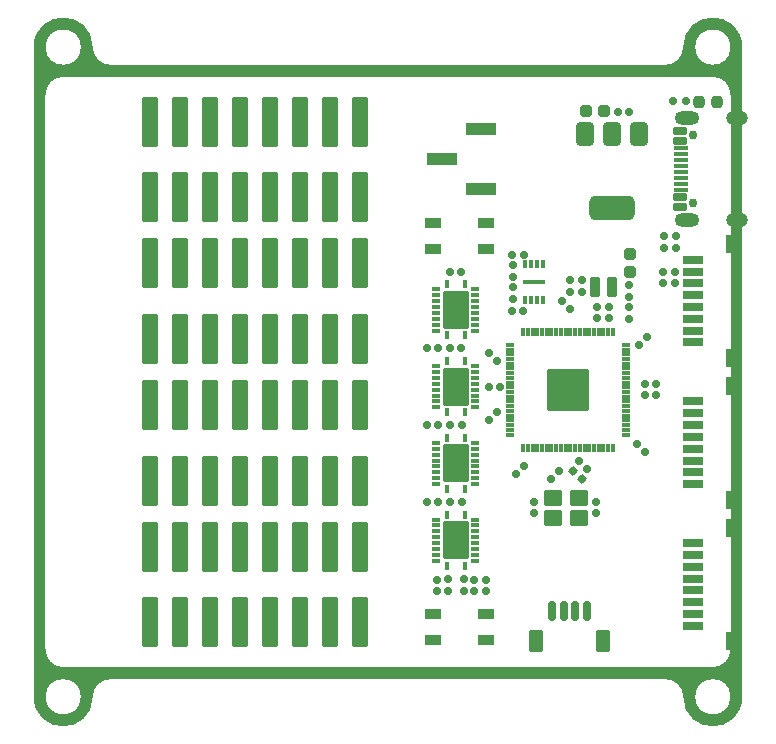
<source format=gbr>
%TF.GenerationSoftware,KiCad,Pcbnew,8.0.8*%
%TF.CreationDate,2025-05-20T22:02:41+02:00*%
%TF.ProjectId,Bernd_V1,4265726e-645f-4563-912e-6b696361645f,REV3*%
%TF.SameCoordinates,Original*%
%TF.FileFunction,Soldermask,Top*%
%TF.FilePolarity,Negative*%
%FSLAX46Y46*%
G04 Gerber Fmt 4.6, Leading zero omitted, Abs format (unit mm)*
G04 Created by KiCad (PCBNEW 8.0.8) date 2025-05-20 22:02:41*
%MOMM*%
%LPD*%
G01*
G04 APERTURE LIST*
G04 Aperture macros list*
%AMRoundRect*
0 Rectangle with rounded corners*
0 $1 Rounding radius*
0 $2 $3 $4 $5 $6 $7 $8 $9 X,Y pos of 4 corners*
0 Add a 4 corners polygon primitive as box body*
4,1,4,$2,$3,$4,$5,$6,$7,$8,$9,$2,$3,0*
0 Add four circle primitives for the rounded corners*
1,1,$1+$1,$2,$3*
1,1,$1+$1,$4,$5*
1,1,$1+$1,$6,$7*
1,1,$1+$1,$8,$9*
0 Add four rect primitives between the rounded corners*
20,1,$1+$1,$2,$3,$4,$5,0*
20,1,$1+$1,$4,$5,$6,$7,0*
20,1,$1+$1,$6,$7,$8,$9,0*
20,1,$1+$1,$8,$9,$2,$3,0*%
G04 Aperture macros list end*
%ADD10C,1.000000*%
%ADD11RoundRect,0.155000X0.021213X-0.240416X0.240416X-0.021213X-0.021213X0.240416X-0.240416X0.021213X0*%
%ADD12RoundRect,0.150000X0.150000X0.200000X-0.150000X0.200000X-0.150000X-0.200000X0.150000X-0.200000X0*%
%ADD13RoundRect,0.150000X-0.200000X0.150000X-0.200000X-0.150000X0.200000X-0.150000X0.200000X0.150000X0*%
%ADD14RoundRect,0.165000X0.165000X0.640000X-0.165000X0.640000X-0.165000X-0.640000X0.165000X-0.640000X0*%
%ADD15RoundRect,0.262500X0.367500X0.667500X-0.367500X0.667500X-0.367500X-0.667500X0.367500X-0.667500X0*%
%ADD16RoundRect,0.030000X0.167996X-0.332499X0.167996X0.332499X-0.167996X0.332499X-0.167996X-0.332499X0*%
%ADD17RoundRect,0.030000X0.332499X-0.140005X0.332499X0.140005X-0.332499X0.140005X-0.332499X-0.140005X0*%
%ADD18RoundRect,0.030000X1.025006X-1.525006X1.025006X1.525006X-1.025006X1.525006X-1.025006X-1.525006X0*%
%ADD19RoundRect,0.030000X0.600000X2.050000X-0.600000X2.050000X-0.600000X-2.050000X0.600000X-2.050000X0*%
%ADD20RoundRect,0.155000X-0.155000X-0.185000X0.155000X-0.185000X0.155000X0.185000X-0.155000X0.185000X0*%
%ADD21RoundRect,0.155000X-0.240416X-0.021213X-0.021213X-0.240416X0.240416X0.021213X0.021213X0.240416X0*%
%ADD22RoundRect,0.150000X-0.150000X-0.200000X0.150000X-0.200000X0.150000X0.200000X-0.150000X0.200000X0*%
%ADD23RoundRect,0.030000X-0.650000X0.350000X-0.650000X-0.350000X0.650000X-0.350000X0.650000X0.350000X0*%
%ADD24RoundRect,0.155000X0.155000X0.185000X-0.155000X0.185000X-0.155000X-0.185000X0.155000X-0.185000X0*%
%ADD25RoundRect,0.155000X-0.185000X0.155000X-0.185000X-0.155000X0.185000X-0.155000X0.185000X0.155000X0*%
%ADD26C,0.760025*%
%ADD27RoundRect,0.030000X0.512516X-0.275005X0.512516X0.275005X-0.512516X0.275005X-0.512516X-0.275005X0*%
%ADD28RoundRect,0.030000X0.512516X-0.275006X0.512516X0.275006X-0.512516X0.275006X-0.512516X-0.275006X0*%
%ADD29RoundRect,0.030000X0.550000X-0.150000X0.550000X0.150000X-0.550000X0.150000X-0.550000X-0.150000X0*%
%ADD30O,2.060000X1.160000*%
%ADD31O,1.860000X1.260000*%
%ADD32RoundRect,0.240000X-0.240000X-0.265000X0.240000X-0.265000X0.240000X0.265000X-0.240000X0.265000X0*%
%ADD33RoundRect,0.390000X-0.390000X0.640000X-0.390000X-0.640000X0.390000X-0.640000X0.390000X0.640000X0*%
%ADD34RoundRect,0.515000X-1.415000X0.515000X-1.415000X-0.515000X1.415000X-0.515000X1.415000X0.515000X0*%
%ADD35RoundRect,0.030000X0.775006X-0.300000X0.775006X0.300000X-0.775006X0.300000X-0.775006X-0.300000X0*%
%ADD36RoundRect,0.030000X0.630861X-0.750000X0.630861X0.750000X-0.630861X0.750000X-0.630861X-0.750000X0*%
%ADD37RoundRect,0.030000X-0.350000X-0.800000X0.350000X-0.800000X0.350000X0.800000X-0.350000X0.800000X0*%
%ADD38RoundRect,0.155000X-0.021213X0.240416X-0.240416X0.021213X0.021213X-0.240416X0.240416X-0.021213X0*%
%ADD39RoundRect,0.155000X0.185000X-0.155000X0.185000X0.155000X-0.185000X0.155000X-0.185000X-0.155000X0*%
%ADD40RoundRect,0.150000X0.200000X-0.150000X0.200000X0.150000X-0.200000X0.150000X-0.200000X-0.150000X0*%
%ADD41RoundRect,0.155000X0.240416X0.021213X0.021213X0.240416X-0.240416X-0.021213X-0.021213X-0.240416X0*%
%ADD42RoundRect,0.030000X-0.140005X0.300000X-0.140005X-0.300000X0.140005X-0.300000X0.140005X0.300000X0*%
%ADD43RoundRect,0.030000X0.850000X-0.150000X0.850000X0.150000X-0.850000X0.150000X-0.850000X-0.150000X0*%
%ADD44RoundRect,0.030000X0.650000X-0.350000X0.650000X0.350000X-0.650000X0.350000X-0.650000X-0.350000X0*%
%ADD45RoundRect,0.240000X0.265000X-0.240000X0.265000X0.240000X-0.265000X0.240000X-0.265000X-0.240000X0*%
%ADD46RoundRect,0.150000X-0.247487X-0.035355X-0.035355X-0.247487X0.247487X0.035355X0.035355X0.247487X0*%
%ADD47RoundRect,0.030000X-0.700000X-0.600000X0.700000X-0.600000X0.700000X0.600000X-0.700000X0.600000X0*%
%ADD48RoundRect,0.233750X0.233750X0.271250X-0.233750X0.271250X-0.233750X-0.271250X0.233750X-0.271250X0*%
%ADD49RoundRect,0.030000X-0.332499X-0.100000X0.332499X-0.100000X0.332499X0.100000X-0.332499X0.100000X0*%
%ADD50RoundRect,0.030000X-0.100000X-0.332499X0.100000X-0.332499X0.100000X0.332499X-0.100000X0.332499X0*%
%ADD51RoundRect,0.030000X-1.700000X-1.700000X1.700000X-1.700000X1.700000X1.700000X-1.700000X1.700000X0*%
%ADD52RoundRect,0.030000X1.255000X0.500000X-1.255000X0.500000X-1.255000X-0.500000X1.255000X-0.500000X0*%
G04 APERTURE END LIST*
D10*
X55500000Y57500000D02*
G75*
G02*
X53500000Y55500000I-1999999J-1D01*
G01*
X59500000Y57500000D02*
G75*
G02*
X55500000Y57500000I-2000000J0D01*
G01*
X55500000Y57500000D02*
G75*
G02*
X59500000Y57500000I2000000J0D01*
G01*
X57499999Y55499999D02*
G75*
G02*
X59499999Y53499999I1J-1999999D01*
G01*
X4500000Y2500000D02*
G75*
G02*
X6500000Y4500000I2000000J0D01*
G01*
X4500000Y57500000D02*
G75*
G02*
X500000Y57500000I-2000000J0D01*
G01*
X500000Y57500000D02*
G75*
G02*
X4500000Y57500000I2000000J0D01*
G01*
X4500000Y2500000D02*
G75*
G02*
X500000Y2500000I-2000000J0D01*
G01*
X500000Y2500000D02*
G75*
G02*
X4500000Y2500000I2000000J0D01*
G01*
X6500000Y55500000D02*
G75*
G02*
X4500000Y57500000I0J2000000D01*
G01*
X59500000Y2499999D02*
G75*
G02*
X55500000Y2499999I-2000000J0D01*
G01*
X55500000Y2499999D02*
G75*
G02*
X59500000Y2499999I2000000J0D01*
G01*
X53500000Y4499999D02*
G75*
G02*
X55500000Y2499999I0J-2000000D01*
G01*
X500001Y53499999D02*
G75*
G02*
X2500001Y55499999I1999999J1D01*
G01*
X2500001Y4500001D02*
G75*
G02*
X500001Y6500001I-1J1999999D01*
G01*
X59499999Y6500000D02*
G75*
G02*
X57499999Y4500000I-1999999J-1D01*
G01*
D11*
%TO.C,C24*%
X51250589Y32280589D03*
X51929411Y32959411D03*
%TD*%
D12*
%TO.C,R5*%
X54310000Y37500000D03*
X53290000Y37500000D03*
%TD*%
D13*
%TO.C,R8*%
X46390000Y37810000D03*
X46390000Y36790000D03*
%TD*%
D14*
%TO.C,J2*%
X46870000Y9745000D03*
X45870000Y9745000D03*
X44870000Y9745000D03*
X43870000Y9745000D03*
D15*
X48170000Y7220000D03*
X42570000Y7220000D03*
%TD*%
D16*
%TO.C,U12*%
X36500064Y20092520D03*
D17*
X37407607Y20499936D03*
X37407607Y21000064D03*
X37407607Y21499936D03*
X37407607Y22000064D03*
X37407607Y22499936D03*
X37407607Y23000064D03*
X37407607Y23499936D03*
X37407607Y24000064D03*
D16*
X36500064Y24407480D03*
X34999936Y24407480D03*
D17*
X34092393Y24000064D03*
X34092393Y23499936D03*
X34092393Y23000064D03*
X34092393Y22499936D03*
X34092393Y22000064D03*
X34092393Y21499936D03*
X34092393Y21000064D03*
X34092393Y20499936D03*
D16*
X34999936Y20092520D03*
D18*
X35750000Y22250000D03*
%TD*%
D13*
%TO.C,R7*%
X45450000Y37810000D03*
X45450000Y36790000D03*
%TD*%
D19*
%TO.C,U8*%
X27640018Y15200025D03*
X27640018Y8799975D03*
X25100013Y15200025D03*
X25100013Y8799975D03*
X22560008Y15200025D03*
X22560008Y8799975D03*
X20020003Y15200025D03*
X20020003Y8799975D03*
X17479997Y15200025D03*
X17479997Y8799975D03*
X14939992Y15200025D03*
X14939992Y8799975D03*
X12399987Y15200025D03*
X12399987Y8799975D03*
X9859982Y15200025D03*
X9859982Y8799975D03*
%TD*%
D12*
%TO.C,R14*%
X54410000Y40500000D03*
X53390000Y40500000D03*
%TD*%
D20*
%TO.C,C19*%
X49440000Y51970000D03*
X50400000Y51970000D03*
%TD*%
D21*
%TO.C,C10*%
X46180589Y22449411D03*
X46859411Y21770589D03*
%TD*%
D22*
%TO.C,C7*%
X47730000Y35540000D03*
X48750000Y35540000D03*
%TD*%
D23*
%TO.C,U16*%
X38274987Y40424943D03*
X33775013Y40424943D03*
X38274987Y42575057D03*
X33775013Y42575057D03*
%TD*%
D24*
%TO.C,C5*%
X34230000Y25500000D03*
X33270000Y25500000D03*
%TD*%
%TO.C,C26*%
X36230000Y25500000D03*
X35270000Y25500000D03*
%TD*%
D20*
%TO.C,C16*%
X51745000Y28075000D03*
X52705000Y28075000D03*
%TD*%
D19*
%TO.C,U6*%
X27640018Y39200025D03*
X27640018Y32799975D03*
X25100013Y39200025D03*
X25100013Y32799975D03*
X22560008Y39200025D03*
X22560008Y32799975D03*
X20020003Y39200025D03*
X20020003Y32799975D03*
X17479997Y39200025D03*
X17479997Y32799975D03*
X14939992Y39200025D03*
X14939992Y32799975D03*
X12399987Y39200025D03*
X12399987Y32799975D03*
X9859982Y39200025D03*
X9859982Y32799975D03*
%TD*%
D22*
%TO.C,R12*%
X37300000Y11470000D03*
X38320000Y11470000D03*
%TD*%
D16*
%TO.C,U9*%
X36500064Y13592520D03*
D17*
X37407607Y13999936D03*
X37407607Y14500064D03*
X37407607Y14999936D03*
X37407607Y15500064D03*
X37407607Y15999936D03*
X37407607Y16500064D03*
X37407607Y16999936D03*
X37407607Y17500064D03*
D16*
X36500064Y17907480D03*
X34999936Y17907480D03*
D17*
X34092393Y17500064D03*
X34092393Y16999936D03*
X34092393Y16500064D03*
X34092393Y15999936D03*
X34092393Y15500064D03*
X34092393Y14999936D03*
X34092393Y14500064D03*
X34092393Y13999936D03*
D16*
X34999936Y13592520D03*
D18*
X35750000Y15750000D03*
%TD*%
D25*
%TO.C,C4*%
X47640000Y18980000D03*
X47640000Y18020000D03*
%TD*%
D26*
%TO.C,J3*%
X55845072Y44300109D03*
X55845072Y50080145D03*
D27*
X54737484Y43989976D03*
D28*
X54737484Y44790076D03*
D29*
X54774968Y45440064D03*
X54774968Y45940191D03*
X54774968Y46440064D03*
X54774968Y46939936D03*
X54774968Y47440064D03*
X54774968Y47939936D03*
X54774968Y48440064D03*
X54774968Y48940191D03*
D28*
X54737484Y49590178D03*
X54737484Y50390025D03*
D30*
X55324879Y42865006D03*
D31*
X59525032Y42865006D03*
D30*
X55324879Y51514994D03*
D31*
X59525032Y51514994D03*
%TD*%
D22*
%TO.C,C6*%
X47730000Y34600000D03*
X48750000Y34600000D03*
%TD*%
D32*
%TO.C,C27*%
X46755000Y52130000D03*
X48305000Y52130000D03*
%TD*%
D33*
%TO.C,U13*%
X51280000Y50140000D03*
X48980000Y50140000D03*
D34*
X48980000Y43840000D03*
D33*
X46680000Y50140000D03*
%TD*%
D24*
%TO.C,C20*%
X41480000Y39900000D03*
X40520000Y39900000D03*
%TD*%
D12*
%TO.C,R6*%
X54310000Y38500000D03*
X53290000Y38500000D03*
%TD*%
D16*
%TO.C,U11*%
X36500064Y26592520D03*
D17*
X37407607Y26999936D03*
X37407607Y27500064D03*
X37407607Y27999936D03*
X37407607Y28500064D03*
X37407607Y28999936D03*
X37407607Y29500064D03*
X37407607Y29999936D03*
X37407607Y30500064D03*
D16*
X36500064Y30907480D03*
X34999936Y30907480D03*
D17*
X34092393Y30500064D03*
X34092393Y29999936D03*
X34092393Y29500064D03*
X34092393Y28999936D03*
X34092393Y28500064D03*
X34092393Y27999936D03*
X34092393Y27500064D03*
X34092393Y26999936D03*
D16*
X34999936Y26592520D03*
D18*
X35750000Y28750000D03*
%TD*%
D35*
%TO.C,U15*%
X55813246Y32500127D03*
X55811721Y33498095D03*
X55811722Y34498095D03*
X55811722Y35498095D03*
X55813246Y36500127D03*
X55811722Y37498096D03*
X55811722Y38498094D03*
X55813246Y39499873D03*
D36*
X59319139Y40800102D03*
X59319139Y31199898D03*
%TD*%
D12*
%TO.C,R13*%
X54410000Y41500000D03*
X53390000Y41500000D03*
%TD*%
D24*
%TO.C,C25*%
X41435000Y35158750D03*
X40475000Y35158750D03*
%TD*%
D37*
%TO.C,L1*%
X47540000Y37150000D03*
X48940000Y37150000D03*
%TD*%
D38*
%TO.C,C21*%
X41479411Y22039411D03*
X40800589Y21360589D03*
%TD*%
%TO.C,C17*%
X39209411Y26569411D03*
X38530589Y25890589D03*
%TD*%
D21*
%TO.C,C18*%
X51085589Y23914411D03*
X51764411Y23235589D03*
%TD*%
D35*
%TO.C,U4*%
X55813246Y20500127D03*
X55811721Y21498095D03*
X55811722Y22498095D03*
X55811722Y23498095D03*
X55813246Y24500127D03*
X55811722Y25498096D03*
X55811722Y26498094D03*
X55813246Y27499873D03*
D36*
X59319139Y28800102D03*
X59319139Y19199898D03*
%TD*%
D39*
%TO.C,C3*%
X42360000Y18030000D03*
X42360000Y18990000D03*
%TD*%
D40*
%TO.C,R15*%
X35100000Y11415000D03*
X35100000Y12435000D03*
%TD*%
D24*
%TO.C,C1*%
X34230000Y32000000D03*
X33270000Y32000000D03*
%TD*%
%TO.C,C2*%
X36195000Y32000000D03*
X35235000Y32000000D03*
%TD*%
D41*
%TO.C,C15*%
X39219411Y30890589D03*
X38540589Y31569411D03*
%TD*%
D24*
%TO.C,C22*%
X34230000Y19010000D03*
X33270000Y19010000D03*
%TD*%
D25*
%TO.C,C29*%
X34170000Y12405000D03*
X34170000Y11445000D03*
%TD*%
D42*
%TO.C,U2*%
X41599936Y36092507D03*
X42100064Y36092507D03*
X42599936Y36092507D03*
X43100064Y36092507D03*
X43100064Y39107493D03*
X42599936Y39107493D03*
X42100064Y39107493D03*
X41599936Y39107493D03*
D43*
X42350000Y37600000D03*
%TD*%
D25*
%TO.C,C30*%
X36410000Y12440000D03*
X36410000Y11480000D03*
%TD*%
D44*
%TO.C,U17*%
X33775013Y9475057D03*
X38274987Y9475057D03*
X33775013Y7324943D03*
X38274987Y7324943D03*
%TD*%
D45*
%TO.C,C28*%
X50520000Y38435000D03*
X50520000Y39985000D03*
%TD*%
D46*
%TO.C,R2*%
X45679376Y21640624D03*
X46400624Y20919376D03*
%TD*%
D24*
%TO.C,C14*%
X36195000Y38500000D03*
X35235000Y38500000D03*
%TD*%
D16*
%TO.C,U10*%
X36500064Y33092520D03*
D17*
X37407607Y33499936D03*
X37407607Y34000064D03*
X37407607Y34499936D03*
X37407607Y35000064D03*
X37407607Y35499936D03*
X37407607Y36000064D03*
X37407607Y36499936D03*
X37407607Y37000064D03*
D16*
X36500064Y37407480D03*
X34999936Y37407480D03*
D17*
X34092393Y37000064D03*
X34092393Y36499936D03*
X34092393Y36000064D03*
X34092393Y35499936D03*
X34092393Y35000064D03*
X34092393Y34499936D03*
X34092393Y34000064D03*
X34092393Y33499936D03*
D16*
X34999936Y33092520D03*
D18*
X35750000Y35250000D03*
%TD*%
D13*
%TO.C,R4*%
X40620000Y39020000D03*
X40620000Y38000000D03*
%TD*%
D38*
%TO.C,C13*%
X44459411Y21599411D03*
X43780589Y20920589D03*
%TD*%
D35*
%TO.C,U3*%
X55813246Y8500127D03*
X55811721Y9498095D03*
X55811722Y10498095D03*
X55811722Y11498095D03*
X55813246Y12500127D03*
X55811722Y13498096D03*
X55811722Y14498094D03*
X55813246Y15499873D03*
D36*
X59319139Y16800102D03*
X59319139Y7199898D03*
%TD*%
D47*
%TO.C,Y1*%
X43939924Y17649987D03*
X46140076Y17649987D03*
X46140076Y19350013D03*
X43939924Y19350013D03*
%TD*%
D19*
%TO.C,U5*%
X27640018Y51200025D03*
X27640018Y44799975D03*
X25100013Y51200025D03*
X25100013Y44799975D03*
X22560008Y51200025D03*
X22560008Y44799975D03*
X20020003Y51200025D03*
X20020003Y44799975D03*
X17479997Y51200025D03*
X17479997Y44799975D03*
X14939992Y51200025D03*
X14939992Y44799975D03*
X12399987Y51200025D03*
X12399987Y44799975D03*
X9859982Y51200025D03*
X9859982Y44799975D03*
%TD*%
D12*
%TO.C,R10*%
X55190000Y52970000D03*
X54170000Y52970000D03*
%TD*%
D48*
%TO.C,D1*%
X57877500Y52820000D03*
X56302500Y52820000D03*
%TD*%
D24*
%TO.C,C8*%
X39490000Y28750000D03*
X38530000Y28750000D03*
%TD*%
D40*
%TO.C,R1*%
X40620000Y36140000D03*
X40620000Y37160000D03*
%TD*%
D49*
%TO.C,U1*%
X40332456Y32300102D03*
X40332456Y31900051D03*
X40332456Y31500000D03*
X40332456Y31099949D03*
X40332456Y30699898D03*
X40332456Y30300102D03*
X40332456Y29900051D03*
X40332456Y29500000D03*
X40332456Y29099949D03*
X40332456Y28699898D03*
X40332456Y28300102D03*
X40332456Y27900051D03*
X40332456Y27500000D03*
X40332456Y27099949D03*
X40332456Y26699898D03*
X40332456Y26300102D03*
X40332456Y25900051D03*
X40332456Y25500000D03*
X40332456Y25099949D03*
X40332456Y24699898D03*
D50*
X41439898Y23592456D03*
X41839949Y23592456D03*
X42240000Y23592456D03*
X42640051Y23592456D03*
X43040102Y23592456D03*
X43439898Y23592456D03*
X43839949Y23592456D03*
X44240000Y23592456D03*
X44640051Y23592456D03*
X45040102Y23592456D03*
X45439898Y23592456D03*
X45839949Y23592456D03*
X46240000Y23592456D03*
X46640051Y23592456D03*
X47040102Y23592456D03*
X47439898Y23592456D03*
X47839949Y23592456D03*
X48240000Y23592456D03*
X48640051Y23592456D03*
X49040102Y23592456D03*
D49*
X50147544Y24699898D03*
X50147544Y25099949D03*
X50147544Y25500000D03*
X50147544Y25900051D03*
X50147544Y26300102D03*
X50147544Y26699898D03*
X50147544Y27099949D03*
X50147544Y27500000D03*
X50147544Y27900051D03*
X50147544Y28300102D03*
X50147544Y28699898D03*
X50147544Y29099949D03*
X50147544Y29500000D03*
X50147544Y29900051D03*
X50147544Y30300102D03*
X50147544Y30699898D03*
X50147544Y31099949D03*
X50147544Y31500000D03*
X50147544Y31900051D03*
X50147544Y32300102D03*
D50*
X49040102Y33407544D03*
X48640051Y33407544D03*
X48240000Y33407544D03*
X47839949Y33407544D03*
X47439898Y33407544D03*
X47040102Y33407544D03*
X46640051Y33407544D03*
X46240000Y33407544D03*
X45839949Y33407544D03*
X45439898Y33407544D03*
X45040102Y33407544D03*
X44640051Y33407544D03*
X44240000Y33407544D03*
X43839949Y33407544D03*
X43439898Y33407544D03*
X43040102Y33407544D03*
X42640051Y33407544D03*
X42240000Y33407544D03*
X41839949Y33407544D03*
X41439898Y33407544D03*
D51*
X45240000Y28500000D03*
%TD*%
D20*
%TO.C,C11*%
X51745000Y29000000D03*
X52705000Y29000000D03*
%TD*%
D25*
%TO.C,C9*%
X50440000Y35480000D03*
X50440000Y34520000D03*
%TD*%
D13*
%TO.C,R3*%
X50440000Y37360000D03*
X50440000Y36340000D03*
%TD*%
D19*
%TO.C,U7*%
X27640018Y27200025D03*
X27640018Y20799975D03*
X25100013Y27200025D03*
X25100013Y20799975D03*
X22560008Y27200025D03*
X22560008Y20799975D03*
X20020003Y27200025D03*
X20020003Y20799975D03*
X17479997Y27200025D03*
X17479997Y20799975D03*
X14939992Y27200025D03*
X14939992Y20799975D03*
X12399987Y27200025D03*
X12399987Y20799975D03*
X9859982Y27200025D03*
X9859982Y20799975D03*
%TD*%
D24*
%TO.C,C23*%
X36230000Y19000000D03*
X35270000Y19000000D03*
%TD*%
D22*
%TO.C,R11*%
X37300000Y12420000D03*
X38320000Y12420000D03*
%TD*%
D41*
%TO.C,C12*%
X45379411Y35310589D03*
X44700589Y35989411D03*
%TD*%
D52*
%TO.C,JP1*%
X37910000Y45460000D03*
X34600000Y48000000D03*
X37910000Y50540000D03*
%TD*%
G36*
X59413242Y58996574D02*
G01*
X59457641Y58985915D01*
X59509226Y58959631D01*
X59543946Y58929977D01*
X59563731Y58908573D01*
X59593278Y58867906D01*
X59595520Y58864717D01*
X59609885Y58843579D01*
X59614056Y58837007D01*
X59627066Y58815010D01*
X59628998Y58811622D01*
X59748203Y58594788D01*
X59750028Y58591341D01*
X59761642Y58568545D01*
X59764954Y58561508D01*
X59775115Y58538031D01*
X59776608Y58534425D01*
X59867690Y58304377D01*
X59869067Y58300735D01*
X59877731Y58276671D01*
X59880140Y58269256D01*
X59887274Y58244697D01*
X59888300Y58240945D01*
X59949834Y58001290D01*
X59950744Y57997501D01*
X59956327Y57972523D01*
X59957787Y57964870D01*
X59961784Y57939631D01*
X59962332Y57935776D01*
X59993868Y57686136D01*
X59994249Y57682750D01*
X59996444Y57660466D01*
X59996925Y57653666D01*
X59997890Y57631342D01*
X59997991Y57627934D01*
X59999938Y57503925D01*
X59999945Y57503405D01*
X59999979Y57500450D01*
X59999986Y57499533D01*
X59999999Y57496373D01*
X60000000Y57495863D01*
X60000000Y2504137D01*
X59999999Y2503627D01*
X59999986Y2500467D01*
X59999979Y2499551D01*
X59999945Y2496595D01*
X59999938Y2496074D01*
X59997991Y2372066D01*
X59997890Y2368658D01*
X59996925Y2346334D01*
X59996444Y2339534D01*
X59994249Y2317250D01*
X59993868Y2313864D01*
X59962332Y2064224D01*
X59961784Y2060369D01*
X59957787Y2035130D01*
X59956327Y2027477D01*
X59950744Y2002499D01*
X59949834Y1998710D01*
X59888300Y1759055D01*
X59887274Y1755303D01*
X59880140Y1730744D01*
X59877731Y1723329D01*
X59869067Y1699265D01*
X59867690Y1695623D01*
X59776608Y1465575D01*
X59775115Y1461969D01*
X59764954Y1438492D01*
X59761642Y1431455D01*
X59750028Y1408659D01*
X59748203Y1405212D01*
X59629000Y1188382D01*
X59627068Y1184994D01*
X59614058Y1162997D01*
X59609889Y1156428D01*
X59595512Y1135271D01*
X59593270Y1132080D01*
X59563735Y1091428D01*
X59543946Y1070022D01*
X59509226Y1040369D01*
X59457645Y1014086D01*
X59413245Y1003426D01*
X59384296Y1000000D01*
X59265865Y1000000D01*
X59241674Y1002383D01*
X59184604Y1013735D01*
X59139905Y1032250D01*
X59101873Y1057662D01*
X59067661Y1091874D01*
X59042249Y1129906D01*
X59023733Y1174606D01*
X59012382Y1231675D01*
X59010000Y1255865D01*
X59010000Y3499994D01*
X59009998Y3500010D01*
X58992963Y3629409D01*
X58992961Y3629414D01*
X58943015Y3749996D01*
X58943015Y3749997D01*
X58863550Y3853556D01*
X58808513Y3895788D01*
X58767311Y3952216D01*
X58760000Y3994163D01*
X58760000Y5005838D01*
X58779685Y5072877D01*
X58808514Y5104214D01*
X58863551Y5146446D01*
X58943015Y5250004D01*
X58943015Y5250005D01*
X58992961Y5370587D01*
X58992963Y5370592D01*
X59009998Y5499991D01*
X59010000Y5500007D01*
X59010000Y54499994D01*
X59009998Y54500010D01*
X58992963Y54629409D01*
X58992961Y54629414D01*
X58943015Y54749996D01*
X58943015Y54749997D01*
X58863550Y54853556D01*
X58808513Y54895788D01*
X58767311Y54952216D01*
X58760000Y54994163D01*
X58760000Y56005838D01*
X58779685Y56072877D01*
X58808514Y56104214D01*
X58863551Y56146446D01*
X58943015Y56250004D01*
X58943015Y56250005D01*
X58992961Y56370587D01*
X58992963Y56370592D01*
X59009998Y56499991D01*
X59010000Y56500007D01*
X59010000Y58744136D01*
X59012382Y58768325D01*
X59023733Y58825395D01*
X59042249Y58870098D01*
X59067661Y58908129D01*
X59101871Y58942339D01*
X59139902Y58967751D01*
X59184605Y58986267D01*
X59241676Y58997618D01*
X59265865Y59000000D01*
X59384295Y59000000D01*
X59413242Y58996574D01*
G37*
G36*
X763327Y58997617D02*
G01*
X822312Y58985884D01*
X867010Y58967370D01*
X906662Y58940876D01*
X940875Y58906663D01*
X967369Y58867011D01*
X985883Y58822314D01*
X997617Y58763327D01*
X1000000Y58739134D01*
X1000000Y56500007D01*
X1000001Y56499991D01*
X1017036Y56370592D01*
X1017038Y56370587D01*
X1066984Y56250005D01*
X1066984Y56250004D01*
X1146448Y56146446D01*
X1201486Y56104214D01*
X1242689Y56047786D01*
X1250000Y56005838D01*
X1250000Y54994163D01*
X1230315Y54927124D01*
X1201487Y54895788D01*
X1146449Y54853556D01*
X1066984Y54749997D01*
X1066984Y54749996D01*
X1017038Y54629414D01*
X1017036Y54629409D01*
X1000001Y54500010D01*
X1000000Y54499994D01*
X1000000Y5500007D01*
X1000001Y5499991D01*
X1017036Y5370592D01*
X1017038Y5370587D01*
X1066984Y5250005D01*
X1066984Y5250004D01*
X1146448Y5146446D01*
X1201486Y5104214D01*
X1242689Y5047786D01*
X1250000Y5005838D01*
X1250000Y3994163D01*
X1230315Y3927124D01*
X1201487Y3895788D01*
X1146449Y3853556D01*
X1066984Y3749997D01*
X1066984Y3749996D01*
X1017038Y3629414D01*
X1017036Y3629409D01*
X1000001Y3500010D01*
X1000000Y3499994D01*
X1000000Y1260866D01*
X997617Y1236673D01*
X985883Y1177687D01*
X967369Y1132990D01*
X940875Y1093338D01*
X906662Y1059125D01*
X867010Y1032631D01*
X822313Y1014117D01*
X763328Y1002383D01*
X739135Y1000000D01*
X615705Y1000000D01*
X586756Y1003426D01*
X542356Y1014086D01*
X490776Y1040367D01*
X456056Y1070019D01*
X436266Y1091428D01*
X406715Y1132103D01*
X404475Y1135290D01*
X390114Y1156422D01*
X385943Y1162994D01*
X372933Y1184991D01*
X371001Y1188379D01*
X251796Y1405213D01*
X249971Y1408660D01*
X238357Y1431456D01*
X235045Y1438493D01*
X224884Y1461970D01*
X223391Y1465576D01*
X132309Y1695624D01*
X130932Y1699266D01*
X122268Y1723330D01*
X119859Y1730745D01*
X112725Y1755304D01*
X111699Y1759056D01*
X50165Y1998711D01*
X49255Y2002500D01*
X43672Y2027478D01*
X42212Y2035131D01*
X38215Y2060370D01*
X37667Y2064225D01*
X6131Y2313865D01*
X5750Y2317251D01*
X3555Y2339535D01*
X3074Y2346335D01*
X2109Y2368659D01*
X2008Y2372068D01*
X62Y2496076D01*
X56Y2496554D01*
X21Y2499510D01*
X13Y2500507D01*
X1Y2503667D01*
X0Y2504138D01*
X0Y57495863D01*
X1Y57496334D01*
X13Y57499494D01*
X21Y57500492D01*
X56Y57503447D01*
X62Y57503924D01*
X2008Y57627933D01*
X2109Y57631342D01*
X3074Y57653666D01*
X3555Y57660466D01*
X5750Y57682750D01*
X6131Y57686136D01*
X37667Y57935776D01*
X38215Y57939631D01*
X42212Y57964870D01*
X43672Y57972523D01*
X49255Y57997501D01*
X50165Y58001290D01*
X111699Y58240945D01*
X112725Y58244697D01*
X119859Y58269256D01*
X122268Y58276671D01*
X130932Y58300735D01*
X132309Y58304377D01*
X223391Y58534425D01*
X224884Y58538031D01*
X235045Y58561508D01*
X238357Y58568545D01*
X249971Y58591341D01*
X251796Y58594788D01*
X371001Y58811622D01*
X372933Y58815010D01*
X385943Y58837007D01*
X390114Y58843579D01*
X404479Y58864717D01*
X406721Y58867906D01*
X436268Y58908573D01*
X456053Y58929977D01*
X490773Y58959631D01*
X542359Y58985915D01*
X586759Y58996574D01*
X615705Y59000000D01*
X739135Y59000000D01*
X763327Y58997617D01*
G37*
G36*
X1072876Y56230315D02*
G01*
X1104212Y56201487D01*
X1146444Y56146450D01*
X1250004Y56066985D01*
X1370586Y56017039D01*
X1370591Y56017037D01*
X1499990Y56000002D01*
X1500007Y56000000D01*
X58509993Y56000000D01*
X58510009Y56000002D01*
X58639408Y56017037D01*
X58639413Y56017039D01*
X58759995Y56066985D01*
X58759996Y56066985D01*
X58863555Y56146450D01*
X58905788Y56201487D01*
X58962216Y56242689D01*
X59004163Y56250000D01*
X59876000Y56250000D01*
X59943039Y56230315D01*
X59988794Y56177511D01*
X60000000Y56126000D01*
X60000000Y54874000D01*
X59980315Y54806961D01*
X59927511Y54761206D01*
X59876000Y54750000D01*
X59004163Y54750000D01*
X58937124Y54769685D01*
X58905788Y54798513D01*
X58863555Y54853551D01*
X58759995Y54933016D01*
X58639413Y54982962D01*
X58639408Y54982964D01*
X58510009Y54999999D01*
X58509993Y55000000D01*
X1500007Y55000000D01*
X1499990Y54999999D01*
X1370591Y54982964D01*
X1370586Y54982962D01*
X1250004Y54933016D01*
X1250003Y54933016D01*
X1146444Y54853551D01*
X1104212Y54798513D01*
X1047784Y54757311D01*
X1005837Y54750000D01*
X124000Y54750000D01*
X56961Y54769685D01*
X11206Y54822489D01*
X0Y54874000D01*
X0Y56126000D01*
X19685Y56193039D01*
X72489Y56238794D01*
X124000Y56250000D01*
X1005837Y56250000D01*
X1072876Y56230315D01*
G37*
G36*
X1072876Y5230315D02*
G01*
X1104212Y5201487D01*
X1146444Y5146450D01*
X1250004Y5066985D01*
X1370586Y5017039D01*
X1370591Y5017037D01*
X1499990Y5000002D01*
X1500007Y5000000D01*
X58509993Y5000000D01*
X58510009Y5000002D01*
X58639408Y5017037D01*
X58639413Y5017039D01*
X58759995Y5066985D01*
X58759996Y5066985D01*
X58863555Y5146450D01*
X58905788Y5201487D01*
X58962216Y5242689D01*
X59004163Y5250000D01*
X59876000Y5250000D01*
X59943039Y5230315D01*
X59988794Y5177511D01*
X60000000Y5126000D01*
X60000000Y3874000D01*
X59980315Y3806961D01*
X59927511Y3761206D01*
X59876000Y3750000D01*
X59004163Y3750000D01*
X58937124Y3769685D01*
X58905788Y3798513D01*
X58863555Y3853551D01*
X58759995Y3933016D01*
X58639413Y3982962D01*
X58639408Y3982964D01*
X58510009Y3999999D01*
X58509993Y4000000D01*
X1500007Y4000000D01*
X1499990Y3999999D01*
X1370591Y3982964D01*
X1370586Y3982962D01*
X1250004Y3933016D01*
X1250003Y3933016D01*
X1146444Y3853551D01*
X1104212Y3798513D01*
X1047784Y3757311D01*
X1005837Y3750000D01*
X124000Y3750000D01*
X56961Y3769685D01*
X11206Y3822489D01*
X0Y3874000D01*
X0Y5126000D01*
X19685Y5193039D01*
X72489Y5238794D01*
X124000Y5250000D01*
X1005837Y5250000D01*
X1072876Y5230315D01*
G37*
M02*

</source>
